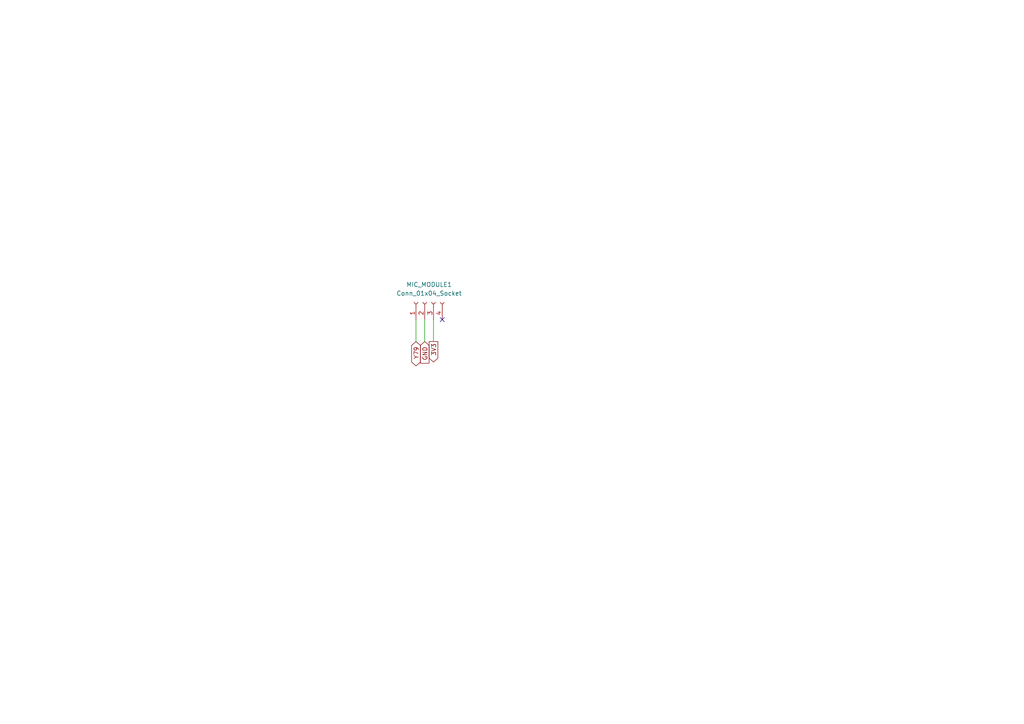
<source format=kicad_sch>
(kicad_sch (version 20231120) (generator "eeschema") (generator_version "8.0")
  (paper "A4")
  (lib_symbols
    (symbol "Connector:Conn_01x04_Socket" (pin_names (offset 1.016) hide)
      (property "Reference" "J" (at 0 5.08 0))
      (property "Value" "Conn_01x04_Socket" (at 0 -7.62 0))
      (symbol "Conn_01x04_Socket_1_1"
        (arc (start 0 -4.572) (mid -0.5058 -5.08) (end 0 -5.588) (stroke (width 0.1524)))
        (arc (start 0 -2.032) (mid -0.5058 -2.54) (end 0 -3.048) (stroke (width 0.1524)))
        (polyline (pts (xy -1.27 -5.08) (xy -0.508 -5.08)) (stroke (width 0.1524)))
        (polyline (pts (xy -1.27 -2.54) (xy -0.508 -2.54)) (stroke (width 0.1524)))
        (polyline (pts (xy -1.27 0) (xy -0.508 0)) (stroke (width 0.1524)))
        (polyline (pts (xy -1.27 2.54) (xy -0.508 2.54)) (stroke (width 0.1524)))
        (arc (start 0 0.508) (mid -0.5058 0) (end 0 -0.508) (stroke (width 0.1524)))
        (arc (start 0 3.048) (mid -0.5058 2.54) (end 0 2.032) (stroke (width 0.1524)))
        (pin passive line (at -5.08 2.54 0) (length 3.81) (name "Pin_1") (number "1"))
        (pin passive line (at -5.08 0 0) (length 3.81) (name "Pin_2") (number "2"))
        (pin passive line (at -5.08 -2.54 0) (length 3.81) (name "Pin_3") (number "3"))
        (pin passive line (at -5.08 -5.08 0) (length 3.81) (name "Pin_4") (number "4"))
      )
    )
  )
  (no_connect (at 128.27 92.71))
  (wire (pts (xy 123.19 92.71) (xy 123.19 99.06)))
  (wire (pts (xy 125.73 92.71) (xy 125.73 99.06)))
  (wire (pts (xy 120.65 92.71) (xy 120.65 99.06)))
  (global_label "3V3" (shape output) (at 125.73 99.06 270) (property "Intersheetrefs" "${INTERSHEET_REFS}" (effects (hide yes))))
  (global_label "Y79" (shape bidirectional) (at 120.65 99.06 270) (property "Intersheetrefs" "${INTERSHEET_REFS}" (effects (hide yes))))
  (global_label "GND" (shape input) (at 123.19 99.06 270) (property "Intersheetrefs" "${INTERSHEET_REFS}" (effects (hide yes))))
  (symbol (lib_id "Connector:Conn_01x04_Socket") (at 123.19 87.63 90) (unit 1)
    (property "Reference" "MIC_MODULE1" (at 124.46 82.55 90))
    (property "Value" "Conn_01x04_Socket" (at 124.46 85.09 90))
    (property "Footprint" "Connector_PinSocket_2.54mm:PinSocket_1x04_P2.54mm_Vertical_SMD_Pin1Left" (effects (hide yes)))
    (property "Description" "Generic connector, single row, 01x04, script generated" (effects (hide yes)))
  )
)
</source>
